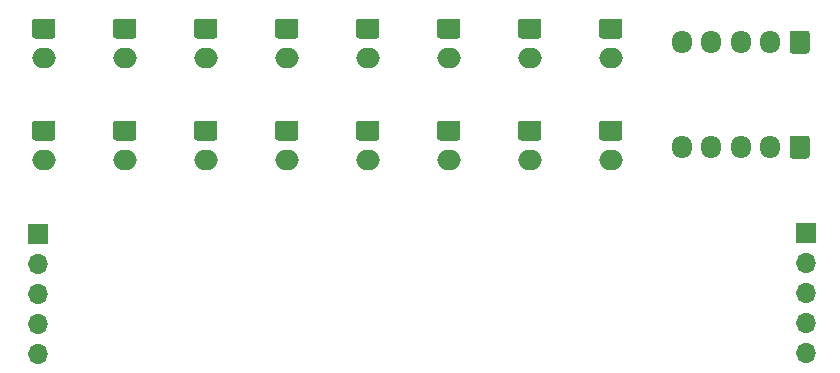
<source format=gbr>
%TF.GenerationSoftware,KiCad,Pcbnew,(5.1.9)-1*%
%TF.CreationDate,2022-02-10T01:20:13+09:00*%
%TF.ProjectId,joystick-input,6a6f7973-7469-4636-9b2d-696e7075742e,rev?*%
%TF.SameCoordinates,Original*%
%TF.FileFunction,Soldermask,Bot*%
%TF.FilePolarity,Negative*%
%FSLAX46Y46*%
G04 Gerber Fmt 4.6, Leading zero omitted, Abs format (unit mm)*
G04 Created by KiCad (PCBNEW (5.1.9)-1) date 2022-02-10 01:20:13*
%MOMM*%
%LPD*%
G01*
G04 APERTURE LIST*
%ADD10O,2.000000X1.700000*%
%ADD11O,1.700000X1.950000*%
%ADD12O,1.700000X1.700000*%
%ADD13R,1.700000X1.700000*%
G04 APERTURE END LIST*
D10*
%TO.C,J18*%
X97790000Y-67016000D03*
G36*
G01*
X97040000Y-63666000D02*
X98540000Y-63666000D01*
G75*
G02*
X98790000Y-63916000I0J-250000D01*
G01*
X98790000Y-65116000D01*
G75*
G02*
X98540000Y-65366000I-250000J0D01*
G01*
X97040000Y-65366000D01*
G75*
G02*
X96790000Y-65116000I0J250000D01*
G01*
X96790000Y-63916000D01*
G75*
G02*
X97040000Y-63666000I250000J0D01*
G01*
G37*
%TD*%
%TO.C,J17*%
X104648000Y-67016000D03*
G36*
G01*
X103898000Y-63666000D02*
X105398000Y-63666000D01*
G75*
G02*
X105648000Y-63916000I0J-250000D01*
G01*
X105648000Y-65116000D01*
G75*
G02*
X105398000Y-65366000I-250000J0D01*
G01*
X103898000Y-65366000D01*
G75*
G02*
X103648000Y-65116000I0J250000D01*
G01*
X103648000Y-63916000D01*
G75*
G02*
X103898000Y-63666000I250000J0D01*
G01*
G37*
%TD*%
%TO.C,J16*%
X111506000Y-67016000D03*
G36*
G01*
X110756000Y-63666000D02*
X112256000Y-63666000D01*
G75*
G02*
X112506000Y-63916000I0J-250000D01*
G01*
X112506000Y-65116000D01*
G75*
G02*
X112256000Y-65366000I-250000J0D01*
G01*
X110756000Y-65366000D01*
G75*
G02*
X110506000Y-65116000I0J250000D01*
G01*
X110506000Y-63916000D01*
G75*
G02*
X110756000Y-63666000I250000J0D01*
G01*
G37*
%TD*%
%TO.C,J15*%
X118364000Y-67016000D03*
G36*
G01*
X117614000Y-63666000D02*
X119114000Y-63666000D01*
G75*
G02*
X119364000Y-63916000I0J-250000D01*
G01*
X119364000Y-65116000D01*
G75*
G02*
X119114000Y-65366000I-250000J0D01*
G01*
X117614000Y-65366000D01*
G75*
G02*
X117364000Y-65116000I0J250000D01*
G01*
X117364000Y-63916000D01*
G75*
G02*
X117614000Y-63666000I250000J0D01*
G01*
G37*
%TD*%
%TO.C,J14*%
X125222000Y-67016000D03*
G36*
G01*
X124472000Y-63666000D02*
X125972000Y-63666000D01*
G75*
G02*
X126222000Y-63916000I0J-250000D01*
G01*
X126222000Y-65116000D01*
G75*
G02*
X125972000Y-65366000I-250000J0D01*
G01*
X124472000Y-65366000D01*
G75*
G02*
X124222000Y-65116000I0J250000D01*
G01*
X124222000Y-63916000D01*
G75*
G02*
X124472000Y-63666000I250000J0D01*
G01*
G37*
%TD*%
%TO.C,J13*%
X132080000Y-67016000D03*
G36*
G01*
X131330000Y-63666000D02*
X132830000Y-63666000D01*
G75*
G02*
X133080000Y-63916000I0J-250000D01*
G01*
X133080000Y-65116000D01*
G75*
G02*
X132830000Y-65366000I-250000J0D01*
G01*
X131330000Y-65366000D01*
G75*
G02*
X131080000Y-65116000I0J250000D01*
G01*
X131080000Y-63916000D01*
G75*
G02*
X131330000Y-63666000I250000J0D01*
G01*
G37*
%TD*%
%TO.C,J12*%
X138938000Y-67016000D03*
G36*
G01*
X138188000Y-63666000D02*
X139688000Y-63666000D01*
G75*
G02*
X139938000Y-63916000I0J-250000D01*
G01*
X139938000Y-65116000D01*
G75*
G02*
X139688000Y-65366000I-250000J0D01*
G01*
X138188000Y-65366000D01*
G75*
G02*
X137938000Y-65116000I0J250000D01*
G01*
X137938000Y-63916000D01*
G75*
G02*
X138188000Y-63666000I250000J0D01*
G01*
G37*
%TD*%
%TO.C,J11*%
X97790000Y-75652000D03*
G36*
G01*
X97040000Y-72302000D02*
X98540000Y-72302000D01*
G75*
G02*
X98790000Y-72552000I0J-250000D01*
G01*
X98790000Y-73752000D01*
G75*
G02*
X98540000Y-74002000I-250000J0D01*
G01*
X97040000Y-74002000D01*
G75*
G02*
X96790000Y-73752000I0J250000D01*
G01*
X96790000Y-72552000D01*
G75*
G02*
X97040000Y-72302000I250000J0D01*
G01*
G37*
%TD*%
%TO.C,J10*%
X104648000Y-75652000D03*
G36*
G01*
X103898000Y-72302000D02*
X105398000Y-72302000D01*
G75*
G02*
X105648000Y-72552000I0J-250000D01*
G01*
X105648000Y-73752000D01*
G75*
G02*
X105398000Y-74002000I-250000J0D01*
G01*
X103898000Y-74002000D01*
G75*
G02*
X103648000Y-73752000I0J250000D01*
G01*
X103648000Y-72552000D01*
G75*
G02*
X103898000Y-72302000I250000J0D01*
G01*
G37*
%TD*%
%TO.C,J9*%
X111506000Y-75652000D03*
G36*
G01*
X110756000Y-72302000D02*
X112256000Y-72302000D01*
G75*
G02*
X112506000Y-72552000I0J-250000D01*
G01*
X112506000Y-73752000D01*
G75*
G02*
X112256000Y-74002000I-250000J0D01*
G01*
X110756000Y-74002000D01*
G75*
G02*
X110506000Y-73752000I0J250000D01*
G01*
X110506000Y-72552000D01*
G75*
G02*
X110756000Y-72302000I250000J0D01*
G01*
G37*
%TD*%
%TO.C,J8*%
X118364000Y-75652000D03*
G36*
G01*
X117614000Y-72302000D02*
X119114000Y-72302000D01*
G75*
G02*
X119364000Y-72552000I0J-250000D01*
G01*
X119364000Y-73752000D01*
G75*
G02*
X119114000Y-74002000I-250000J0D01*
G01*
X117614000Y-74002000D01*
G75*
G02*
X117364000Y-73752000I0J250000D01*
G01*
X117364000Y-72552000D01*
G75*
G02*
X117614000Y-72302000I250000J0D01*
G01*
G37*
%TD*%
%TO.C,J7*%
X125222000Y-75652000D03*
G36*
G01*
X124472000Y-72302000D02*
X125972000Y-72302000D01*
G75*
G02*
X126222000Y-72552000I0J-250000D01*
G01*
X126222000Y-73752000D01*
G75*
G02*
X125972000Y-74002000I-250000J0D01*
G01*
X124472000Y-74002000D01*
G75*
G02*
X124222000Y-73752000I0J250000D01*
G01*
X124222000Y-72552000D01*
G75*
G02*
X124472000Y-72302000I250000J0D01*
G01*
G37*
%TD*%
%TO.C,J6*%
X132080000Y-75652000D03*
G36*
G01*
X131330000Y-72302000D02*
X132830000Y-72302000D01*
G75*
G02*
X133080000Y-72552000I0J-250000D01*
G01*
X133080000Y-73752000D01*
G75*
G02*
X132830000Y-74002000I-250000J0D01*
G01*
X131330000Y-74002000D01*
G75*
G02*
X131080000Y-73752000I0J250000D01*
G01*
X131080000Y-72552000D01*
G75*
G02*
X131330000Y-72302000I250000J0D01*
G01*
G37*
%TD*%
%TO.C,J5*%
X138938000Y-75652000D03*
G36*
G01*
X138188000Y-72302000D02*
X139688000Y-72302000D01*
G75*
G02*
X139938000Y-72552000I0J-250000D01*
G01*
X139938000Y-73752000D01*
G75*
G02*
X139688000Y-74002000I-250000J0D01*
G01*
X138188000Y-74002000D01*
G75*
G02*
X137938000Y-73752000I0J250000D01*
G01*
X137938000Y-72552000D01*
G75*
G02*
X138188000Y-72302000I250000J0D01*
G01*
G37*
%TD*%
%TO.C,J4*%
X145796000Y-67016000D03*
G36*
G01*
X145046000Y-63666000D02*
X146546000Y-63666000D01*
G75*
G02*
X146796000Y-63916000I0J-250000D01*
G01*
X146796000Y-65116000D01*
G75*
G02*
X146546000Y-65366000I-250000J0D01*
G01*
X145046000Y-65366000D01*
G75*
G02*
X144796000Y-65116000I0J250000D01*
G01*
X144796000Y-63916000D01*
G75*
G02*
X145046000Y-63666000I250000J0D01*
G01*
G37*
%TD*%
D11*
%TO.C,J3*%
X151798000Y-65659000D03*
X154298000Y-65659000D03*
X156798000Y-65659000D03*
X159298000Y-65659000D03*
G36*
G01*
X162648000Y-64934000D02*
X162648000Y-66384000D01*
G75*
G02*
X162398000Y-66634000I-250000J0D01*
G01*
X161198000Y-66634000D01*
G75*
G02*
X160948000Y-66384000I0J250000D01*
G01*
X160948000Y-64934000D01*
G75*
G02*
X161198000Y-64684000I250000J0D01*
G01*
X162398000Y-64684000D01*
G75*
G02*
X162648000Y-64934000I0J-250000D01*
G01*
G37*
%TD*%
D10*
%TO.C,J2*%
X145796000Y-75652000D03*
G36*
G01*
X145046000Y-72302000D02*
X146546000Y-72302000D01*
G75*
G02*
X146796000Y-72552000I0J-250000D01*
G01*
X146796000Y-73752000D01*
G75*
G02*
X146546000Y-74002000I-250000J0D01*
G01*
X145046000Y-74002000D01*
G75*
G02*
X144796000Y-73752000I0J250000D01*
G01*
X144796000Y-72552000D01*
G75*
G02*
X145046000Y-72302000I250000J0D01*
G01*
G37*
%TD*%
D11*
%TO.C,J1*%
X151798000Y-74549000D03*
X154298000Y-74549000D03*
X156798000Y-74549000D03*
X159298000Y-74549000D03*
G36*
G01*
X162648000Y-73824000D02*
X162648000Y-75274000D01*
G75*
G02*
X162398000Y-75524000I-250000J0D01*
G01*
X161198000Y-75524000D01*
G75*
G02*
X160948000Y-75274000I0J250000D01*
G01*
X160948000Y-73824000D01*
G75*
G02*
X161198000Y-73574000I250000J0D01*
G01*
X162398000Y-73574000D01*
G75*
G02*
X162648000Y-73824000I0J-250000D01*
G01*
G37*
%TD*%
D12*
%TO.C,OUT1*%
X162306000Y-91948000D03*
X162306000Y-89408000D03*
X162306000Y-86868000D03*
X162306000Y-84328000D03*
D13*
X162306000Y-81788000D03*
%TD*%
D12*
%TO.C,IN1*%
X97282000Y-92075000D03*
X97282000Y-89535000D03*
X97282000Y-86995000D03*
X97282000Y-84455000D03*
D13*
X97282000Y-81915000D03*
%TD*%
M02*

</source>
